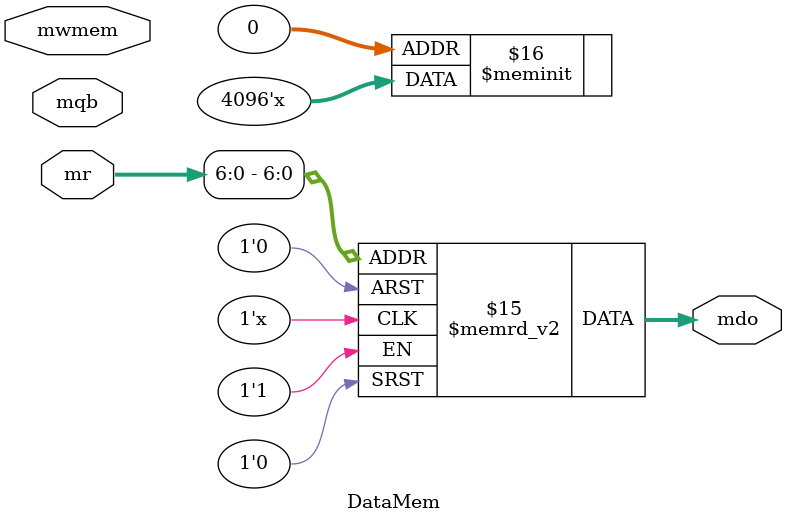
<source format=v>
`timescale 1ns / 1ps

module DataMem(
    
    input [31:0] mr,
    input [31:0] mqb,
    input mwmem,
    output reg [31:0] mdo
    );
    reg [31:0] Data_memory[0:127];
    initial begin
        Data_memory[0]=32'hA00000AA;
        Data_memory[1]=32'h10000011;
        Data_memory[2]=32'h20000022;
        Data_memory[3]=32'h30000033;
        Data_memory[4]=32'h40000044;
        Data_memory[5]=32'h50000055;
        Data_memory[6]=32'h60000066;
        Data_memory[7]=32'h70000077;
        Data_memory[8]=32'h80000088;
        Data_memory[9]=32'h90000099;
    end
    always@(*) begin
        mdo = Data_memory[mr];
        if(mwmem == 1)begin
            Data_memory[mr] = mqb;
        end
    end
endmodule

</source>
